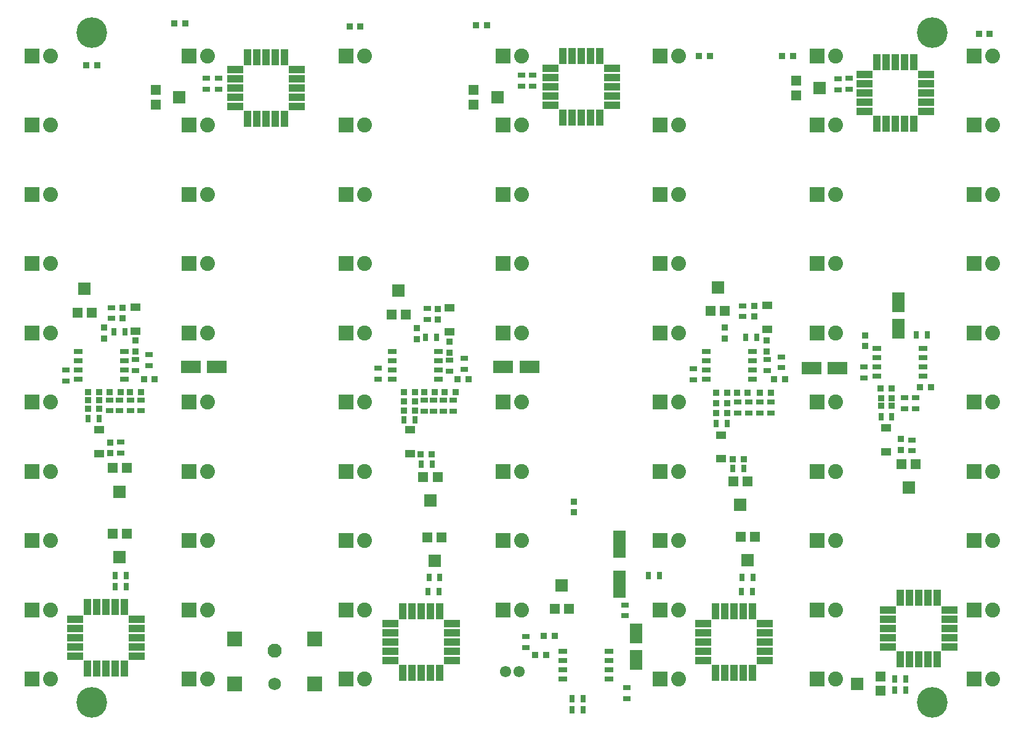
<source format=gbs>
G04 #@! TF.FileFunction,Soldermask,Bot*
%FSLAX46Y46*%
G04 Gerber Fmt 4.6, Leading zero omitted, Abs format (unit mm)*
G04 Created by KiCad (PCBNEW 4.0.1-stable) date 14/10/2016 00:42:30*
%MOMM*%
G01*
G04 APERTURE LIST*
%ADD10C,0.020000*%
%ADD11R,1.110000X2.180000*%
%ADD12R,2.180000X1.110000*%
%ADD13R,2.052400X2.152400*%
%ADD14C,2.052400*%
%ADD15R,1.752600X2.753360*%
%ADD16R,0.652400X1.052400*%
%ADD17R,0.952400X0.902400*%
%ADD18C,1.552400*%
%ADD19C,4.216400*%
%ADD20R,1.052400X0.652400*%
%ADD21R,1.295400X0.660400*%
%ADD22R,1.752600X1.651000*%
%ADD23R,1.346200X1.346200*%
%ADD24R,0.902400X0.952400*%
%ADD25R,1.651000X1.752600*%
%ADD26R,2.152400X2.152400*%
%ADD27C,1.752400*%
%ADD28C,1.952400*%
%ADD29R,1.372400X1.062400*%
%ADD30R,2.753360X1.752600*%
%ADD31R,1.752600X3.751580*%
G04 APERTURE END LIST*
D10*
D11*
X274955000Y-106480000D03*
X273685000Y-106480000D03*
X272415000Y-106480000D03*
X271145000Y-106480000D03*
X269875000Y-106480000D03*
X274955000Y-97990000D03*
X273685000Y-97990000D03*
X272415000Y-97990000D03*
X271145000Y-97990000D03*
X269875000Y-97990000D03*
D12*
X268170000Y-104775000D03*
X268170000Y-103505000D03*
X268170000Y-102235000D03*
X268170000Y-100965000D03*
X268170000Y-99695000D03*
X276660000Y-104775000D03*
X276660000Y-103505000D03*
X276660000Y-102235000D03*
X276660000Y-100965000D03*
X276660000Y-99695000D03*
D13*
X240030000Y-182880000D03*
D14*
X242570000Y-182880000D03*
D13*
X240030000Y-173355000D03*
D14*
X242570000Y-173355000D03*
D12*
X245945000Y-180340000D03*
X245945000Y-179070000D03*
X245945000Y-177800000D03*
X245945000Y-176530000D03*
X245945000Y-175260000D03*
X254435000Y-180340000D03*
X254435000Y-179070000D03*
X254435000Y-177800000D03*
X254435000Y-176530000D03*
X254435000Y-175260000D03*
D11*
X247650000Y-173555000D03*
X248920000Y-173555000D03*
X250190000Y-173555000D03*
X251460000Y-173555000D03*
X252730000Y-173555000D03*
X247650000Y-182045000D03*
X248920000Y-182045000D03*
X250190000Y-182045000D03*
X251460000Y-182045000D03*
X252730000Y-182045000D03*
D15*
X236728000Y-180235860D03*
X236728000Y-176634140D03*
D12*
X202965000Y-180340000D03*
X202965000Y-179070000D03*
X202965000Y-177800000D03*
X202965000Y-176530000D03*
X202965000Y-175260000D03*
X211455000Y-180340000D03*
X211455000Y-179070000D03*
X211455000Y-177800000D03*
X211455000Y-176530000D03*
X211455000Y-175260000D03*
D11*
X204670000Y-173555000D03*
X205940000Y-173555000D03*
X207210000Y-173555000D03*
X208480000Y-173555000D03*
X209750000Y-173555000D03*
X204670000Y-182045000D03*
X205940000Y-182045000D03*
X207210000Y-182045000D03*
X208480000Y-182045000D03*
X209750000Y-182045000D03*
D12*
X159585000Y-179705000D03*
X159585000Y-178435000D03*
X159585000Y-177165000D03*
X159585000Y-175895000D03*
X159585000Y-174625000D03*
X168075000Y-179705000D03*
X168075000Y-178435000D03*
X168075000Y-177165000D03*
X168075000Y-175895000D03*
X168075000Y-174625000D03*
D11*
X161290000Y-172920000D03*
X162560000Y-172920000D03*
X163830000Y-172920000D03*
X165100000Y-172920000D03*
X166370000Y-172920000D03*
X161290000Y-181410000D03*
X162560000Y-181410000D03*
X163830000Y-181410000D03*
X165100000Y-181410000D03*
X166370000Y-181410000D03*
D12*
X279835000Y-173355000D03*
X279835000Y-174625000D03*
X279835000Y-175895000D03*
X279835000Y-177165000D03*
X279835000Y-178435000D03*
X271345000Y-173355000D03*
X271345000Y-174625000D03*
X271345000Y-175895000D03*
X271345000Y-177165000D03*
X271345000Y-178435000D03*
D11*
X278130000Y-180140000D03*
X276860000Y-180140000D03*
X275590000Y-180140000D03*
X274320000Y-180140000D03*
X273050000Y-180140000D03*
X278130000Y-171650000D03*
X276860000Y-171650000D03*
X275590000Y-171650000D03*
X274320000Y-171650000D03*
X273050000Y-171650000D03*
D13*
X283210000Y-173355000D03*
D14*
X285750000Y-173355000D03*
D16*
X252730000Y-170815000D03*
X251230000Y-170815000D03*
D17*
X275804500Y-142748000D03*
X277304500Y-142748000D03*
D13*
X218440000Y-106680000D03*
D14*
X220980000Y-106680000D03*
D17*
X173240000Y-92710000D03*
X174740000Y-92710000D03*
D11*
X188395000Y-105845000D03*
X187125000Y-105845000D03*
X185855000Y-105845000D03*
X184585000Y-105845000D03*
X183315000Y-105845000D03*
X188395000Y-97355000D03*
X187125000Y-97355000D03*
X185855000Y-97355000D03*
X184585000Y-97355000D03*
X183315000Y-97355000D03*
D12*
X181610000Y-104140000D03*
X181610000Y-102870000D03*
X181610000Y-101600000D03*
X181610000Y-100330000D03*
X181610000Y-99060000D03*
X190100000Y-104140000D03*
X190100000Y-102870000D03*
X190100000Y-101600000D03*
X190100000Y-100330000D03*
X190100000Y-99060000D03*
D11*
X231775000Y-105645000D03*
X230505000Y-105645000D03*
X229235000Y-105645000D03*
X227965000Y-105645000D03*
X226695000Y-105645000D03*
X231775000Y-97155000D03*
X230505000Y-97155000D03*
X229235000Y-97155000D03*
X227965000Y-97155000D03*
X226695000Y-97155000D03*
D12*
X224990000Y-103940000D03*
X224990000Y-102670000D03*
X224990000Y-101400000D03*
X224990000Y-100130000D03*
X224990000Y-98860000D03*
X233480000Y-103940000D03*
X233480000Y-102670000D03*
X233480000Y-101400000D03*
X233480000Y-100130000D03*
X233480000Y-98860000D03*
D13*
X261620000Y-106680000D03*
D14*
X264160000Y-106680000D03*
D13*
X283210000Y-116205000D03*
D14*
X285750000Y-116205000D03*
D18*
X218760000Y-181880000D03*
X220660000Y-181880000D03*
D19*
X161925000Y-93980000D03*
D20*
X165735000Y-144474500D03*
X165735000Y-145974500D03*
X201295000Y-140105000D03*
X201295000Y-141605000D03*
X207645000Y-144538000D03*
X207645000Y-146038000D03*
D21*
X276225000Y-141224000D03*
X276225000Y-139954000D03*
X276225000Y-138684000D03*
X276225000Y-137414000D03*
X269875000Y-137414000D03*
X269875000Y-138684000D03*
X269875000Y-139954000D03*
X269875000Y-141224000D03*
X252730000Y-141605000D03*
X252730000Y-140335000D03*
X252730000Y-139065000D03*
X252730000Y-137795000D03*
X246380000Y-137795000D03*
X246380000Y-139065000D03*
X246380000Y-140335000D03*
X246380000Y-141605000D03*
X209550000Y-141605000D03*
X209550000Y-140335000D03*
X209550000Y-139065000D03*
X209550000Y-137795000D03*
X203200000Y-137795000D03*
X203200000Y-139065000D03*
X203200000Y-140335000D03*
X203200000Y-141605000D03*
X226695000Y-179070000D03*
X226695000Y-180340000D03*
X226695000Y-181610000D03*
X226695000Y-182880000D03*
X233045000Y-182880000D03*
X233045000Y-181610000D03*
X233045000Y-180340000D03*
X233045000Y-179070000D03*
D22*
X274218400Y-156540200D03*
D23*
X273227800Y-153289000D03*
X275209000Y-153289000D03*
D22*
X247992900Y-129019300D03*
D23*
X248983500Y-132270500D03*
X247002300Y-132270500D03*
D22*
X251079000Y-158940500D03*
D23*
X250088400Y-155689300D03*
X252069600Y-155689300D03*
D22*
X204089000Y-129476500D03*
D23*
X205079600Y-132727700D03*
X203098400Y-132727700D03*
D22*
X208470500Y-158305500D03*
D23*
X207479900Y-155054300D03*
X209461100Y-155054300D03*
D22*
X160909000Y-129222500D03*
D23*
X161899600Y-132473700D03*
X159918400Y-132473700D03*
D22*
X165735000Y-157099000D03*
D23*
X164744400Y-153847800D03*
X166725600Y-153847800D03*
D22*
X226542600Y-169976800D03*
D23*
X227533200Y-173228000D03*
X225552000Y-173228000D03*
D20*
X266065000Y-100266500D03*
X266065000Y-101766500D03*
D16*
X273800000Y-184404000D03*
X272300000Y-184404000D03*
D20*
X264541000Y-101830000D03*
X264541000Y-100330000D03*
D16*
X251345000Y-168910000D03*
X252845000Y-168910000D03*
D20*
X222504000Y-99846000D03*
X222504000Y-101346000D03*
D16*
X209665000Y-170815000D03*
X208165000Y-170815000D03*
D20*
X179324000Y-100227000D03*
X179324000Y-101727000D03*
D16*
X166612000Y-170180000D03*
X165112000Y-170180000D03*
D20*
X220980000Y-101346000D03*
X220980000Y-99846000D03*
D16*
X208280000Y-168910000D03*
X209780000Y-168910000D03*
D20*
X177673000Y-101727000D03*
X177673000Y-100227000D03*
D16*
X165112000Y-168656000D03*
X166612000Y-168656000D03*
D20*
X274701000Y-151487000D03*
X274701000Y-149987000D03*
X251396500Y-131520500D03*
X251396500Y-133020500D03*
D16*
X250075000Y-153924000D03*
X251575000Y-153924000D03*
X271907000Y-146812000D03*
X270407000Y-146812000D03*
X253353000Y-135890000D03*
X251853000Y-135890000D03*
X249289000Y-147701000D03*
X247789000Y-147701000D03*
D20*
X268097000Y-139954000D03*
X268097000Y-141454000D03*
X254762000Y-138962000D03*
X254762000Y-140462000D03*
X244602000Y-140232000D03*
X244602000Y-141732000D03*
X275209000Y-144157000D03*
X275209000Y-145657000D03*
X255270000Y-144780000D03*
X255270000Y-146280000D03*
X250698000Y-144804000D03*
X250698000Y-146304000D03*
X273685000Y-144169000D03*
X273685000Y-145669000D03*
X253746000Y-144804000D03*
X253746000Y-146304000D03*
X252222000Y-144780000D03*
X252222000Y-146280000D03*
X208026000Y-131901500D03*
X208026000Y-133401500D03*
D16*
X207212500Y-153289000D03*
X208712500Y-153289000D03*
D20*
X164592000Y-131774500D03*
X164592000Y-133274500D03*
X165862000Y-151753000D03*
X165862000Y-150253000D03*
D16*
X209284000Y-135890000D03*
X207784000Y-135890000D03*
X206337600Y-147218400D03*
X204837600Y-147218400D03*
X166485000Y-135128000D03*
X164985000Y-135128000D03*
X162929000Y-147066000D03*
X161429000Y-147066000D03*
D20*
X211074000Y-139025500D03*
X211074000Y-140525500D03*
X164338000Y-144474500D03*
X164338000Y-145974500D03*
X210210400Y-144550000D03*
X210210400Y-146050000D03*
X167259000Y-144474500D03*
X167259000Y-145974500D03*
X235521500Y-184035000D03*
X235521500Y-185535000D03*
X235204000Y-172668500D03*
X235204000Y-174168500D03*
X221615000Y-177050000D03*
X221615000Y-178550000D03*
D13*
X283210000Y-97155000D03*
D14*
X285750000Y-97155000D03*
D13*
X283210000Y-106680000D03*
D14*
X285750000Y-106680000D03*
D13*
X283210000Y-125730000D03*
D14*
X285750000Y-125730000D03*
D13*
X283210000Y-135255000D03*
D14*
X285750000Y-135255000D03*
D13*
X283210000Y-144780000D03*
D14*
X285750000Y-144780000D03*
D13*
X283210000Y-154305000D03*
D14*
X285750000Y-154305000D03*
D13*
X283210000Y-163830000D03*
D14*
X285750000Y-163830000D03*
D13*
X283210000Y-182880000D03*
D14*
X285750000Y-182880000D03*
D13*
X261620000Y-97155000D03*
D14*
X264160000Y-97155000D03*
D13*
X261620000Y-116205000D03*
D14*
X264160000Y-116205000D03*
D13*
X261620000Y-125730000D03*
D14*
X264160000Y-125730000D03*
D13*
X261620000Y-135255000D03*
D14*
X264160000Y-135255000D03*
D13*
X261620000Y-144780000D03*
D14*
X264160000Y-144780000D03*
D13*
X261620000Y-154305000D03*
D14*
X264160000Y-154305000D03*
D13*
X261620000Y-163830000D03*
D14*
X264160000Y-163830000D03*
D13*
X261620000Y-173355000D03*
D14*
X264160000Y-173355000D03*
D13*
X261620000Y-182880000D03*
D14*
X264160000Y-182880000D03*
D13*
X240030000Y-97155000D03*
D14*
X242570000Y-97155000D03*
D13*
X240030000Y-106680000D03*
D14*
X242570000Y-106680000D03*
D13*
X240030000Y-116205000D03*
D14*
X242570000Y-116205000D03*
D13*
X240030000Y-125730000D03*
D14*
X242570000Y-125730000D03*
D13*
X240030000Y-135255000D03*
D14*
X242570000Y-135255000D03*
D13*
X240030000Y-144780000D03*
D14*
X242570000Y-144780000D03*
D13*
X240030000Y-154305000D03*
D14*
X242570000Y-154305000D03*
D13*
X240030000Y-163830000D03*
D14*
X242570000Y-163830000D03*
D13*
X218440000Y-97155000D03*
D14*
X220980000Y-97155000D03*
D13*
X218440000Y-116205000D03*
D14*
X220980000Y-116205000D03*
D13*
X218440000Y-125730000D03*
D14*
X220980000Y-125730000D03*
D13*
X218440000Y-135255000D03*
D14*
X220980000Y-135255000D03*
D13*
X218440000Y-144780000D03*
D14*
X220980000Y-144780000D03*
D13*
X218440000Y-154305000D03*
D14*
X220980000Y-154305000D03*
D13*
X218440000Y-163830000D03*
D14*
X220980000Y-163830000D03*
D13*
X218440000Y-173355000D03*
D14*
X220980000Y-173355000D03*
D13*
X196850000Y-97155000D03*
D14*
X199390000Y-97155000D03*
D13*
X196850000Y-106680000D03*
D14*
X199390000Y-106680000D03*
D13*
X196850000Y-116205000D03*
D14*
X199390000Y-116205000D03*
D13*
X196850000Y-135255000D03*
D14*
X199390000Y-135255000D03*
D13*
X196850000Y-144780000D03*
D14*
X199390000Y-144780000D03*
D13*
X196850000Y-154305000D03*
D14*
X199390000Y-154305000D03*
D13*
X196850000Y-163830000D03*
D14*
X199390000Y-163830000D03*
D13*
X196850000Y-173355000D03*
D14*
X199390000Y-173355000D03*
D13*
X196850000Y-182880000D03*
D14*
X199390000Y-182880000D03*
D13*
X175260000Y-97155000D03*
D14*
X177800000Y-97155000D03*
D13*
X175260000Y-106680000D03*
D14*
X177800000Y-106680000D03*
D13*
X175260000Y-116205000D03*
D14*
X177800000Y-116205000D03*
D13*
X175260000Y-125730000D03*
D14*
X177800000Y-125730000D03*
D13*
X175260000Y-135255000D03*
D14*
X177800000Y-135255000D03*
D13*
X175260000Y-144780000D03*
D14*
X177800000Y-144780000D03*
D13*
X175260000Y-154305000D03*
D14*
X177800000Y-154305000D03*
D13*
X175260000Y-163830000D03*
D14*
X177800000Y-163830000D03*
D13*
X175260000Y-173355000D03*
D14*
X177800000Y-173355000D03*
D13*
X175260000Y-182880000D03*
D14*
X177800000Y-182880000D03*
D13*
X153670000Y-97155000D03*
D14*
X156210000Y-97155000D03*
D13*
X153670000Y-106680000D03*
D14*
X156210000Y-106680000D03*
D13*
X153670000Y-116205000D03*
D14*
X156210000Y-116205000D03*
D13*
X153670000Y-125730000D03*
D14*
X156210000Y-125730000D03*
D13*
X153670000Y-135255000D03*
D14*
X156210000Y-135255000D03*
D13*
X153670000Y-144780000D03*
D14*
X156210000Y-144780000D03*
D13*
X153670000Y-154305000D03*
D14*
X156210000Y-154305000D03*
D13*
X153670000Y-163830000D03*
D14*
X156210000Y-163830000D03*
D13*
X153670000Y-173355000D03*
D14*
X156210000Y-173355000D03*
D24*
X273177000Y-151372000D03*
X273177000Y-149872000D03*
X252984000Y-131532500D03*
X252984000Y-133032500D03*
D17*
X270407000Y-145288000D03*
X271907000Y-145288000D03*
D24*
X254698500Y-137834500D03*
X254698500Y-136334500D03*
D17*
X247789000Y-146304000D03*
X249289000Y-146304000D03*
X271895000Y-142875000D03*
X270395000Y-142875000D03*
X271907000Y-144272000D03*
X270407000Y-144272000D03*
X255270000Y-143510000D03*
X253770000Y-143510000D03*
X249289000Y-143510000D03*
X247789000Y-143510000D03*
X249289000Y-144907000D03*
X247789000Y-144907000D03*
D24*
X209486500Y-131953000D03*
X209486500Y-133453000D03*
X164465000Y-150316500D03*
X164465000Y-151816500D03*
X211074000Y-137973500D03*
X211074000Y-136473500D03*
D17*
X204863000Y-145923000D03*
X206363000Y-145923000D03*
D24*
X167894000Y-137783000D03*
X167894000Y-136283000D03*
D17*
X161429000Y-145732500D03*
X162929000Y-145732500D03*
X211939000Y-143383000D03*
X210439000Y-143383000D03*
X206363000Y-143383000D03*
X204863000Y-143383000D03*
X165850000Y-143383000D03*
X164350000Y-143383000D03*
X162929000Y-143383000D03*
X161429000Y-143383000D03*
X162917000Y-144526000D03*
X161417000Y-144526000D03*
D24*
X228219000Y-159944500D03*
X228219000Y-158444500D03*
D17*
X224040000Y-176911000D03*
X225540000Y-176911000D03*
X222897000Y-179578000D03*
X224397000Y-179578000D03*
D24*
X268224000Y-137084500D03*
X268224000Y-135584500D03*
X206629000Y-136132000D03*
X206629000Y-134632000D03*
X163576000Y-134505000D03*
X163576000Y-136005000D03*
D17*
X212217000Y-141605000D03*
X213717000Y-141605000D03*
X169061000Y-141605000D03*
X170561000Y-141605000D03*
D21*
X166370000Y-141605000D03*
X166370000Y-140335000D03*
X166370000Y-139065000D03*
X166370000Y-137795000D03*
X160020000Y-137795000D03*
X160020000Y-139065000D03*
X160020000Y-140335000D03*
X160020000Y-141605000D03*
D17*
X209105500Y-143383000D03*
X207605500Y-143383000D03*
X206363000Y-144653000D03*
X204863000Y-144653000D03*
D20*
X158369000Y-140347000D03*
X158369000Y-141847000D03*
X167894000Y-138938000D03*
X167894000Y-140438000D03*
D17*
X167144000Y-143383000D03*
X168644000Y-143383000D03*
D24*
X166179500Y-131774500D03*
X166179500Y-133274500D03*
D20*
X168656000Y-144474500D03*
X168656000Y-145974500D03*
X208915000Y-144538000D03*
X208915000Y-146038000D03*
D17*
X207149000Y-151955500D03*
X208649000Y-151955500D03*
D20*
X211582000Y-144538000D03*
X211582000Y-146038000D03*
D17*
X252095000Y-143510000D03*
X250595000Y-143510000D03*
D24*
X248920000Y-136005000D03*
X248920000Y-134505000D03*
D17*
X250075000Y-152654000D03*
X251575000Y-152654000D03*
D19*
X277495000Y-93980000D03*
X161925000Y-186055000D03*
D13*
X153670000Y-182880000D03*
D14*
X156210000Y-182880000D03*
D19*
X277495000Y-186055000D03*
D17*
X161175000Y-98425000D03*
X162675000Y-98425000D03*
X214757000Y-92964000D03*
X216257000Y-92964000D03*
X245388000Y-97155000D03*
X246888000Y-97155000D03*
X258318000Y-97155000D03*
X256818000Y-97155000D03*
X283869000Y-94107000D03*
X285369000Y-94107000D03*
X197358000Y-93091000D03*
X198858000Y-93091000D03*
D22*
X165735000Y-166116000D03*
D23*
X164744400Y-162864800D03*
X166725600Y-162864800D03*
D25*
X173926500Y-102870000D03*
D23*
X170675300Y-103860600D03*
X170675300Y-101879400D03*
D22*
X209042000Y-166624000D03*
D23*
X208051400Y-163372800D03*
X210032600Y-163372800D03*
D25*
X217678000Y-102870000D03*
D23*
X214426800Y-103860600D03*
X214426800Y-101879400D03*
D22*
X252095000Y-166560500D03*
D23*
X251104400Y-163309300D03*
X253085600Y-163309300D03*
D25*
X262001000Y-101600000D03*
D23*
X258749800Y-102590600D03*
X258749800Y-100609400D03*
D25*
X267144500Y-183515000D03*
D23*
X270395700Y-182524400D03*
X270395700Y-184505600D03*
D26*
X192571000Y-183508000D03*
X192571000Y-177358000D03*
X181571000Y-183508000D03*
X181571000Y-177358000D03*
D27*
X187071000Y-183508000D03*
D28*
X187071000Y-179008000D03*
D16*
X238442500Y-168656000D03*
X239942500Y-168656000D03*
X227977000Y-185610500D03*
X229477000Y-185610500D03*
X227977000Y-187071000D03*
X229477000Y-187071000D03*
D17*
X255738500Y-141605000D03*
X257238500Y-141605000D03*
D20*
X169799000Y-139751500D03*
X169799000Y-138251500D03*
X213169500Y-140259500D03*
X213169500Y-138759500D03*
X256730500Y-140057000D03*
X256730500Y-138557000D03*
D16*
X275296500Y-135509000D03*
X276796500Y-135509000D03*
D29*
X162941000Y-151876000D03*
X162941000Y-148606000D03*
X167894000Y-131731000D03*
X167894000Y-135001000D03*
X205676500Y-151876000D03*
X205676500Y-148606000D03*
X211074000Y-131842000D03*
X211074000Y-135112000D03*
X248475500Y-152574500D03*
X248475500Y-149304500D03*
X254762000Y-131508500D03*
X254762000Y-134778500D03*
X271145000Y-151606000D03*
X271145000Y-148336000D03*
D30*
X175514000Y-139954000D03*
X179115720Y-139954000D03*
D31*
X234505500Y-169819320D03*
X234505500Y-164317680D03*
D30*
X218480640Y-139954000D03*
X222082360Y-139954000D03*
X260858000Y-140081000D03*
X264459720Y-140081000D03*
D15*
X272796000Y-134683500D03*
X272796000Y-131081780D03*
D16*
X272300000Y-182880000D03*
X273800000Y-182880000D03*
D13*
X196850000Y-125730000D03*
D14*
X199390000Y-125730000D03*
M02*

</source>
